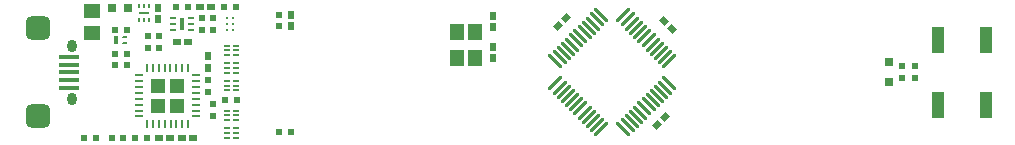
<source format=gtp>
G04*
G04 #@! TF.GenerationSoftware,Altium Limited,Altium Designer,20.2.4 (192)*
G04*
G04 Layer_Color=8421504*
%FSLAX43Y43*%
%MOMM*%
G71*
G04*
G04 #@! TF.SameCoordinates,AF46D1C0-80E4-4F08-9089-F3FA465175DE*
G04*
G04*
G04 #@! TF.FilePolarity,Positive*
G04*
G01*
G75*
G04:AMPARAMS|DCode=20|XSize=1.05mm|YSize=0.84mm|CornerRadius=0.42mm|HoleSize=0mm|Usage=FLASHONLY|Rotation=270.000|XOffset=0mm|YOffset=0mm|HoleType=Round|Shape=RoundedRectangle|*
%AMROUNDEDRECTD20*
21,1,1.050,0.000,0,0,270.0*
21,1,0.210,0.840,0,0,270.0*
1,1,0.840,0.000,-0.105*
1,1,0.840,0.000,0.105*
1,1,0.840,0.000,0.105*
1,1,0.840,0.000,-0.105*
%
%ADD20ROUNDEDRECTD20*%
G04:AMPARAMS|DCode=21|XSize=2mm|YSize=2.1mm|CornerRadius=0.52mm|HoleSize=0mm|Usage=FLASHONLY|Rotation=270.000|XOffset=0mm|YOffset=0mm|HoleType=Round|Shape=RoundedRectangle|*
%AMROUNDEDRECTD21*
21,1,2.000,1.060,0,0,270.0*
21,1,0.960,2.100,0,0,270.0*
1,1,1.040,-0.530,-0.480*
1,1,1.040,-0.530,0.480*
1,1,1.040,0.530,0.480*
1,1,1.040,0.530,-0.480*
%
%ADD21ROUNDEDRECTD21*%
%ADD22O,0.559X0.178*%
%ADD23O,0.203X0.483*%
%ADD24O,0.508X0.229*%
%ADD25R,1.150X1.150*%
%ADD26R,1.150X1.400*%
G04:AMPARAMS|DCode=27|XSize=0.55mm|YSize=0.6mm|CornerRadius=0mm|HoleSize=0mm|Usage=FLASHONLY|Rotation=225.000|XOffset=0mm|YOffset=0mm|HoleType=Round|Shape=Rectangle|*
%AMROTATEDRECTD27*
4,1,4,-0.018,0.407,0.407,-0.018,0.018,-0.407,-0.407,0.018,-0.018,0.407,0.0*
%
%ADD27ROTATEDRECTD27*%

%ADD28R,0.500X0.650*%
%ADD29R,1.700X0.350*%
%ADD30R,1.000X2.250*%
%ADD31C,0.250*%
%ADD32R,0.600X0.250*%
%ADD33R,0.300X1.060*%
%ADD34R,0.900X0.240*%
%ADD35O,0.220X0.790*%
%ADD36O,0.790X0.220*%
G04:AMPARAMS|DCode=37|XSize=0.3mm|YSize=1.65mm|CornerRadius=0mm|HoleSize=0mm|Usage=FLASHONLY|Rotation=225.000|XOffset=0mm|YOffset=0mm|HoleType=Round|Shape=Round|*
%AMOVALD37*
21,1,1.350,0.300,0.000,0.000,315.0*
1,1,0.300,-0.477,0.477*
1,1,0.300,0.477,-0.477*
%
%ADD37OVALD37*%

G04:AMPARAMS|DCode=38|XSize=0.3mm|YSize=1.65mm|CornerRadius=0mm|HoleSize=0mm|Usage=FLASHONLY|Rotation=135.000|XOffset=0mm|YOffset=0mm|HoleType=Round|Shape=Round|*
%AMOVALD38*
21,1,1.350,0.300,0.000,0.000,225.0*
1,1,0.300,0.477,0.477*
1,1,0.300,-0.477,-0.477*
%
%ADD38OVALD38*%

%ADD39R,0.400X0.700*%
%ADD40R,0.800X0.800*%
%ADD41R,0.600X0.500*%
%ADD42R,0.600X0.550*%
%ADD43R,1.350X1.200*%
%ADD44R,0.762X0.762*%
%ADD45R,0.550X0.600*%
G04:AMPARAMS|DCode=46|XSize=0.5mm|YSize=0.65mm|CornerRadius=0mm|HoleSize=0mm|Usage=FLASHONLY|Rotation=135.000|XOffset=0mm|YOffset=0mm|HoleType=Round|Shape=Rectangle|*
%AMROTATEDRECTD46*
4,1,4,0.407,0.053,-0.053,-0.407,-0.407,-0.053,0.053,0.407,0.407,0.053,0.0*
%
%ADD46ROTATEDRECTD46*%

%ADD47R,0.650X0.500*%
D20*
X5050Y7935D02*
D03*
Y12385D02*
D03*
D21*
X2150Y6420D02*
D03*
Y13900D02*
D03*
D22*
X18164Y9025D02*
D03*
Y9426D02*
D03*
Y8624D02*
D03*
X18914D02*
D03*
Y9025D02*
D03*
Y9426D02*
D03*
X18164Y10525D02*
D03*
Y10926D02*
D03*
Y10124D02*
D03*
X18914D02*
D03*
Y10525D02*
D03*
Y10926D02*
D03*
X18164Y5025D02*
D03*
Y5426D02*
D03*
Y4624D02*
D03*
X18914D02*
D03*
Y5025D02*
D03*
Y5426D02*
D03*
X18164Y6525D02*
D03*
Y6926D02*
D03*
Y6124D02*
D03*
X18914D02*
D03*
Y6525D02*
D03*
Y6926D02*
D03*
X18164Y12025D02*
D03*
Y12426D02*
D03*
Y11624D02*
D03*
X18914D02*
D03*
Y12025D02*
D03*
Y12426D02*
D03*
D23*
X11551Y15797D02*
D03*
Y14603D02*
D03*
X10727Y15797D02*
D03*
Y14603D02*
D03*
X11139D02*
D03*
Y15797D02*
D03*
D24*
X9550Y12625D02*
D03*
Y13125D02*
D03*
D25*
X12305Y7345D02*
D03*
X12305Y8995D02*
D03*
X13955Y7345D02*
D03*
X13955Y8995D02*
D03*
D26*
X39200Y13585D02*
D03*
Y11385D02*
D03*
X37600D02*
D03*
Y13585D02*
D03*
D27*
X55125Y14500D02*
D03*
X55832Y13793D02*
D03*
D28*
X40700Y12335D02*
D03*
Y11385D02*
D03*
Y14945D02*
D03*
Y13995D02*
D03*
X12339Y15625D02*
D03*
Y14675D02*
D03*
X23571Y15004D02*
D03*
Y14054D02*
D03*
X16540Y11500D02*
D03*
Y10550D02*
D03*
D29*
X4830Y11460D02*
D03*
Y10810D02*
D03*
Y10160D02*
D03*
Y9510D02*
D03*
Y8860D02*
D03*
D30*
X78391Y12910D02*
D03*
Y7410D02*
D03*
X82391D02*
D03*
Y12910D02*
D03*
D31*
X18202Y14775D02*
D03*
X18702D02*
D03*
X18202Y14275D02*
D03*
X18702D02*
D03*
X18202Y13775D02*
D03*
X18702D02*
D03*
D32*
X13615Y14725D02*
D03*
Y14225D02*
D03*
Y13725D02*
D03*
X15115Y14725D02*
D03*
Y14225D02*
D03*
Y13725D02*
D03*
D33*
X14365Y14225D02*
D03*
D34*
X11139Y15200D02*
D03*
D35*
X14876Y10556D02*
D03*
X14376D02*
D03*
X13876D02*
D03*
X13376D02*
D03*
X12876D02*
D03*
X12376D02*
D03*
X11876D02*
D03*
X11376D02*
D03*
X11384Y5787D02*
D03*
X11884D02*
D03*
X12384D02*
D03*
X12884D02*
D03*
X13384D02*
D03*
X13884D02*
D03*
X14384D02*
D03*
X14880Y5784D02*
D03*
D36*
X15520Y9924D02*
D03*
Y9424D02*
D03*
Y8924D02*
D03*
Y8424D02*
D03*
Y7924D02*
D03*
Y7424D02*
D03*
Y6924D02*
D03*
Y6424D02*
D03*
X10740Y9924D02*
D03*
Y9424D02*
D03*
Y8924D02*
D03*
Y8424D02*
D03*
Y7924D02*
D03*
Y7424D02*
D03*
Y6924D02*
D03*
Y6424D02*
D03*
D37*
X51737Y5334D02*
D03*
X52090Y5688D02*
D03*
X52444Y6041D02*
D03*
X52798Y6395D02*
D03*
X53151Y6748D02*
D03*
X53505Y7102D02*
D03*
X53858Y7455D02*
D03*
X54212Y7809D02*
D03*
X54565Y8162D02*
D03*
X54919Y8516D02*
D03*
X55272Y8870D02*
D03*
X55626Y9223D02*
D03*
X49863Y14986D02*
D03*
X49510Y14632D02*
D03*
X49156Y14279D02*
D03*
X48802Y13925D02*
D03*
X48449Y13572D02*
D03*
X48095Y13218D02*
D03*
X47742Y12865D02*
D03*
X47388Y12511D02*
D03*
X47035Y12158D02*
D03*
X46681Y11804D02*
D03*
X46328Y11450D02*
D03*
X45974Y11097D02*
D03*
D38*
X55626D02*
D03*
X55272Y11450D02*
D03*
X54919Y11804D02*
D03*
X54565Y12158D02*
D03*
X54212Y12511D02*
D03*
X53858Y12865D02*
D03*
X53505Y13218D02*
D03*
X53151Y13572D02*
D03*
X52798Y13925D02*
D03*
X52444Y14279D02*
D03*
X52090Y14632D02*
D03*
X51737Y14986D02*
D03*
X45974Y9223D02*
D03*
X46328Y8870D02*
D03*
X46681Y8516D02*
D03*
X47035Y8162D02*
D03*
X47388Y7809D02*
D03*
X47742Y7455D02*
D03*
X48095Y7102D02*
D03*
X48449Y6748D02*
D03*
X48802Y6395D02*
D03*
X49156Y6041D02*
D03*
X49510Y5688D02*
D03*
X49863Y5334D02*
D03*
D39*
X8800Y12875D02*
D03*
D40*
X74221Y9356D02*
D03*
Y11006D02*
D03*
D41*
X7071Y4600D02*
D03*
X6071D02*
D03*
D42*
X9675Y11684D02*
D03*
X8675D02*
D03*
X22589Y5085D02*
D03*
X23589D02*
D03*
X8675Y10755D02*
D03*
X9675D02*
D03*
X9390Y4575D02*
D03*
X8390D02*
D03*
X9675Y13775D02*
D03*
X8675D02*
D03*
X13865Y15725D02*
D03*
X14865D02*
D03*
X18952D02*
D03*
X17952D02*
D03*
X10390Y4575D02*
D03*
X11390D02*
D03*
X18039Y7775D02*
D03*
X19039D02*
D03*
D43*
X6750Y15377D02*
D03*
Y13477D02*
D03*
D44*
X8419Y15597D02*
D03*
X9816D02*
D03*
D45*
X76405Y9656D02*
D03*
Y10656D02*
D03*
X75300Y9656D02*
D03*
Y10656D02*
D03*
X22581Y14054D02*
D03*
Y15054D02*
D03*
X12389Y13250D02*
D03*
Y12250D02*
D03*
X16540Y9474D02*
D03*
Y8474D02*
D03*
X16940Y14775D02*
D03*
Y13775D02*
D03*
X16040Y14775D02*
D03*
Y13775D02*
D03*
X11439Y12250D02*
D03*
Y13250D02*
D03*
X16940Y6499D02*
D03*
Y7499D02*
D03*
D46*
X46214Y14064D02*
D03*
X46886Y14736D02*
D03*
X54589Y5714D02*
D03*
X55261Y6386D02*
D03*
D47*
X13895Y12750D02*
D03*
X14845D02*
D03*
X15865Y15725D02*
D03*
X16815D02*
D03*
X13340Y4575D02*
D03*
X12390D02*
D03*
X15290D02*
D03*
X14340D02*
D03*
M02*

</source>
